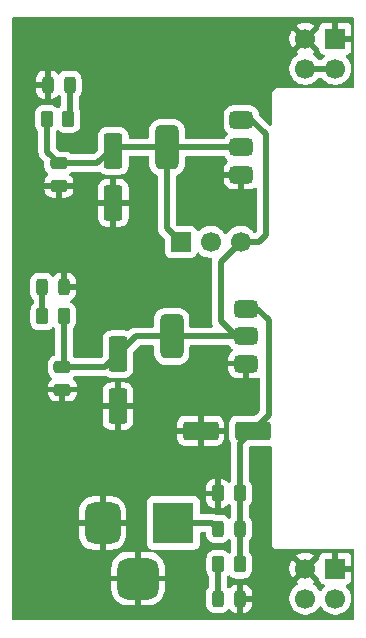
<source format=gbr>
%TF.GenerationSoftware,KiCad,Pcbnew,9.0.5*%
%TF.CreationDate,2025-10-31T15:32:28+05:30*%
%TF.ProjectId,Breadboard-PCB,42726561-6462-46f6-9172-642d5043422e,rev?*%
%TF.SameCoordinates,Original*%
%TF.FileFunction,Copper,L1,Top*%
%TF.FilePolarity,Positive*%
%FSLAX46Y46*%
G04 Gerber Fmt 4.6, Leading zero omitted, Abs format (unit mm)*
G04 Created by KiCad (PCBNEW 9.0.5) date 2025-10-31 15:32:28*
%MOMM*%
%LPD*%
G01*
G04 APERTURE LIST*
G04 Aperture macros list*
%AMRoundRect*
0 Rectangle with rounded corners*
0 $1 Rounding radius*
0 $2 $3 $4 $5 $6 $7 $8 $9 X,Y pos of 4 corners*
0 Add a 4 corners polygon primitive as box body*
4,1,4,$2,$3,$4,$5,$6,$7,$8,$9,$2,$3,0*
0 Add four circle primitives for the rounded corners*
1,1,$1+$1,$2,$3*
1,1,$1+$1,$4,$5*
1,1,$1+$1,$6,$7*
1,1,$1+$1,$8,$9*
0 Add four rect primitives between the rounded corners*
20,1,$1+$1,$2,$3,$4,$5,0*
20,1,$1+$1,$4,$5,$6,$7,0*
20,1,$1+$1,$6,$7,$8,$9,0*
20,1,$1+$1,$8,$9,$2,$3,0*%
G04 Aperture macros list end*
%TA.AperFunction,ComponentPad*%
%ADD10R,3.500000X3.500000*%
%TD*%
%TA.AperFunction,ComponentPad*%
%ADD11RoundRect,0.750000X-0.750000X-1.000000X0.750000X-1.000000X0.750000X1.000000X-0.750000X1.000000X0*%
%TD*%
%TA.AperFunction,ComponentPad*%
%ADD12RoundRect,0.875000X-0.875000X-0.875000X0.875000X-0.875000X0.875000X0.875000X-0.875000X0.875000X0*%
%TD*%
%TA.AperFunction,SMDPad,CuDef*%
%ADD13RoundRect,0.243750X-0.243750X-0.456250X0.243750X-0.456250X0.243750X0.456250X-0.243750X0.456250X0*%
%TD*%
%TA.AperFunction,SMDPad,CuDef*%
%ADD14RoundRect,0.250000X0.262500X0.450000X-0.262500X0.450000X-0.262500X-0.450000X0.262500X-0.450000X0*%
%TD*%
%TA.AperFunction,SMDPad,CuDef*%
%ADD15RoundRect,0.243750X0.243750X0.456250X-0.243750X0.456250X-0.243750X-0.456250X0.243750X-0.456250X0*%
%TD*%
%TA.AperFunction,SMDPad,CuDef*%
%ADD16RoundRect,0.250000X1.250000X0.550000X-1.250000X0.550000X-1.250000X-0.550000X1.250000X-0.550000X0*%
%TD*%
%TA.AperFunction,SMDPad,CuDef*%
%ADD17RoundRect,0.250000X0.250000X0.475000X-0.250000X0.475000X-0.250000X-0.475000X0.250000X-0.475000X0*%
%TD*%
%TA.AperFunction,SMDPad,CuDef*%
%ADD18RoundRect,0.375000X0.625000X0.375000X-0.625000X0.375000X-0.625000X-0.375000X0.625000X-0.375000X0*%
%TD*%
%TA.AperFunction,SMDPad,CuDef*%
%ADD19RoundRect,0.500000X0.500000X1.400000X-0.500000X1.400000X-0.500000X-1.400000X0.500000X-1.400000X0*%
%TD*%
%TA.AperFunction,SMDPad,CuDef*%
%ADD20RoundRect,0.250000X-0.550000X1.250000X-0.550000X-1.250000X0.550000X-1.250000X0.550000X1.250000X0*%
%TD*%
%TA.AperFunction,SMDPad,CuDef*%
%ADD21RoundRect,0.250000X-0.475000X0.250000X-0.475000X-0.250000X0.475000X-0.250000X0.475000X0.250000X0*%
%TD*%
%TA.AperFunction,SMDPad,CuDef*%
%ADD22RoundRect,0.250000X-0.262500X-0.450000X0.262500X-0.450000X0.262500X0.450000X-0.262500X0.450000X0*%
%TD*%
%TA.AperFunction,ComponentPad*%
%ADD23C,1.700000*%
%TD*%
%TA.AperFunction,ComponentPad*%
%ADD24R,1.700000X1.700000*%
%TD*%
%TA.AperFunction,ViaPad*%
%ADD25C,0.600000*%
%TD*%
%TA.AperFunction,Conductor*%
%ADD26C,0.500000*%
%TD*%
G04 APERTURE END LIST*
D10*
%TO.P,DC-POWER,1*%
%TO.N,Net-(DC-POWER1-Pad1)*%
X107200000Y-108200000D03*
D11*
%TO.P,DC-POWER,2*%
%TO.N,GND*%
X101200000Y-108200000D03*
D12*
%TO.P,DC-POWER,3*%
X104200000Y-112900000D03*
%TD*%
D13*
%TO.P,F1,2*%
%TO.N,Net-(U1-VI)*%
X112837500Y-108700000D03*
%TO.P,F1,1*%
%TO.N,Net-(DC-POWER1-Pad1)*%
X110962500Y-108700000D03*
%TD*%
D14*
%TO.P,R1,2*%
%TO.N,Net-(PWR_LED1-A)*%
X111000000Y-111700000D03*
%TO.P,R1,1*%
%TO.N,Net-(U1-VI)*%
X112825000Y-111700000D03*
%TD*%
D15*
%TO.P,PWR_LED1,2,A*%
%TO.N,Net-(PWR_LED1-A)*%
X110962500Y-114600000D03*
%TO.P,PWR_LED1,1,K*%
%TO.N,GND*%
X112837500Y-114600000D03*
%TD*%
D16*
%TO.P,C1,2*%
%TO.N,GND*%
X109500000Y-100400000D03*
%TO.P,C1,1*%
%TO.N,Net-(U1-VI)*%
X113900000Y-100400000D03*
%TD*%
D17*
%TO.P,C2,2*%
%TO.N,GND*%
X110950000Y-105700000D03*
%TO.P,C2,1*%
%TO.N,Net-(U1-VI)*%
X112850000Y-105700000D03*
%TD*%
D18*
%TO.P,U1,3,VI*%
%TO.N,Net-(U1-VI)*%
X113350000Y-90100000D03*
D19*
%TO.P,U1,2,VO*%
%TO.N,/5V*%
X107050000Y-92400000D03*
D18*
X113350000Y-92400000D03*
%TO.P,U1,1,GND*%
%TO.N,GND*%
X113350000Y-94700000D03*
%TD*%
D20*
%TO.P,C3,2*%
%TO.N,GND*%
X102500000Y-98300000D03*
%TO.P,C3,1*%
%TO.N,/5V*%
X102500000Y-93900000D03*
%TD*%
D21*
%TO.P,C4,2*%
%TO.N,GND*%
X97800000Y-96900000D03*
%TO.P,C4,1*%
%TO.N,/5V*%
X97800000Y-95000000D03*
%TD*%
D14*
%TO.P,R2,2*%
%TO.N,Net-(5V-LED1-A)*%
X96100000Y-90700000D03*
%TO.P,R2,1*%
%TO.N,/5V*%
X97925000Y-90700000D03*
%TD*%
D15*
%TO.P,5V-LED,2,A*%
%TO.N,Net-(5V-LED1-A)*%
X96062500Y-88200000D03*
%TO.P,5V-LED,1,K*%
%TO.N,GND*%
X97937500Y-88200000D03*
%TD*%
D18*
%TO.P,U2,3,VI*%
%TO.N,/5V*%
X112950000Y-74100000D03*
D19*
%TO.P,U2,2,VO*%
%TO.N,/3.3V*%
X106650000Y-76400000D03*
D18*
X112950000Y-76400000D03*
%TO.P,U2,1,GND*%
%TO.N,GND*%
X112950000Y-78700000D03*
%TD*%
D20*
%TO.P,C5,2*%
%TO.N,GND*%
X102100000Y-81100000D03*
%TO.P,C5,1*%
%TO.N,/3.3V*%
X102100000Y-76700000D03*
%TD*%
D21*
%TO.P,C6,2*%
%TO.N,GND*%
X97500000Y-79650000D03*
%TO.P,C6,1*%
%TO.N,/3.3V*%
X97500000Y-77750000D03*
%TD*%
D22*
%TO.P,R3,2*%
%TO.N,Net-(3.3V-LED1-A)*%
X98300000Y-74000000D03*
%TO.P,R3,1*%
%TO.N,/3.3V*%
X96475000Y-74000000D03*
%TD*%
D13*
%TO.P,3.3V-LED,2,A*%
%TO.N,Net-(3.3V-LED1-A)*%
X98425000Y-71100000D03*
%TO.P,3.3V-LED,1,K*%
%TO.N,GND*%
X96550000Y-71100000D03*
%TD*%
D23*
%TO.P,3.3V OUT 5V,3,Pin_3*%
%TO.N,/5V*%
X112900000Y-84400000D03*
%TO.P,3.3V OUT 5V,2,Pin_2*%
%TO.N,/V_OUT*%
X110360000Y-84400000D03*
D24*
%TO.P,3.3V OUT 5V,1,Pin_1*%
%TO.N,/3.3V*%
X107820000Y-84400000D03*
%TD*%
%TO.P,J3,1,Pin_1*%
%TO.N,GND*%
X120900000Y-67200000D03*
D23*
%TO.P,J3,2,Pin_2*%
X118360000Y-67200000D03*
%TO.P,J3,3,Pin_3*%
%TO.N,/V_OUT*%
X120900000Y-69740000D03*
%TO.P,J3,4,Pin_4*%
X118360000Y-69740000D03*
%TD*%
%TO.P,J4,4,Pin_4*%
%TO.N,/V_OUT*%
X118360000Y-114600000D03*
%TO.P,J4,3,Pin_3*%
X120900000Y-114600000D03*
%TO.P,J4,2,Pin_2*%
%TO.N,GND*%
X118360000Y-112060000D03*
D24*
%TO.P,J4,1,Pin_1*%
X120900000Y-112060000D03*
%TD*%
D25*
%TO.N,GND*%
X113600000Y-80600000D03*
X112100000Y-80600000D03*
%TD*%
D26*
%TO.N,/V_OUT*%
X120900000Y-69740000D02*
X118360000Y-69740000D01*
%TO.N,Net-(3.3V-LED1-A)*%
X98425000Y-71100000D02*
X98425000Y-73875000D01*
X98425000Y-73875000D02*
X98300000Y-74000000D01*
%TO.N,/3.3V*%
X96500000Y-75300000D02*
X96475000Y-75275000D01*
X96475000Y-75275000D02*
X96475000Y-74000000D01*
X96500000Y-76750000D02*
X96500000Y-75300000D01*
X97500000Y-77750000D02*
X96500000Y-76750000D01*
X106650000Y-83230000D02*
X107820000Y-84400000D01*
X106650000Y-76400000D02*
X106650000Y-83230000D01*
X101800000Y-76700000D02*
X100750000Y-77750000D01*
X100750000Y-77750000D02*
X97500000Y-77750000D01*
X102100000Y-76700000D02*
X101800000Y-76700000D01*
X106650000Y-76400000D02*
X102400000Y-76400000D01*
X102400000Y-76400000D02*
X102100000Y-76700000D01*
X112950000Y-76400000D02*
X106650000Y-76400000D01*
%TO.N,/5V*%
X114400000Y-84400000D02*
X112900000Y-84400000D01*
X115000000Y-83800000D02*
X114400000Y-84400000D01*
X115000000Y-75300000D02*
X115000000Y-83800000D01*
X113800000Y-74100000D02*
X115000000Y-75300000D01*
X112950000Y-74100000D02*
X113800000Y-74100000D01*
X111200000Y-91100000D02*
X112500000Y-92400000D01*
X111200000Y-86100000D02*
X111200000Y-91100000D01*
X112900000Y-84400000D02*
X111200000Y-86100000D01*
X112500000Y-92400000D02*
X113350000Y-92400000D01*
%TO.N,Net-(5V-LED1-A)*%
X96100000Y-88237500D02*
X96062500Y-88200000D01*
X96100000Y-90700000D02*
X96100000Y-88237500D01*
%TO.N,/5V*%
X97925000Y-94875000D02*
X97800000Y-95000000D01*
X97925000Y-90700000D02*
X97925000Y-94875000D01*
X101400000Y-95000000D02*
X102500000Y-93900000D01*
X97800000Y-95000000D02*
X101400000Y-95000000D01*
X104000000Y-92400000D02*
X102500000Y-93900000D01*
X107050000Y-92400000D02*
X104000000Y-92400000D01*
X113350000Y-92400000D02*
X107050000Y-92400000D01*
%TO.N,Net-(U1-VI)*%
X114300000Y-90100000D02*
X113350000Y-90100000D01*
X115249000Y-91049000D02*
X114300000Y-90100000D01*
X115249000Y-99051000D02*
X115249000Y-91049000D01*
X113900000Y-100400000D02*
X115249000Y-99051000D01*
X112850000Y-101450000D02*
X113900000Y-100400000D01*
X112850000Y-105700000D02*
X112850000Y-101450000D01*
X112837500Y-108700000D02*
X112837500Y-105712500D01*
X112837500Y-105712500D02*
X112850000Y-105700000D01*
%TO.N,Net-(PWR_LED1-A)*%
X111000000Y-114562500D02*
X110962500Y-114600000D01*
X111000000Y-111700000D02*
X111000000Y-114562500D01*
%TO.N,Net-(U1-VI)*%
X112837500Y-108700000D02*
X112837500Y-111687500D01*
X112837500Y-111687500D02*
X112825000Y-111700000D01*
%TO.N,Net-(DC-POWER1-Pad1)*%
X110462500Y-108200000D02*
X110962500Y-108700000D01*
X107200000Y-108200000D02*
X110462500Y-108200000D01*
%TD*%
%TA.AperFunction,Conductor*%
%TO.N,GND*%
G36*
X119512356Y-112858803D02*
G01*
X119545841Y-112920126D01*
X119544926Y-112934831D01*
X119547497Y-112934555D01*
X119556401Y-113017373D01*
X119556403Y-113017380D01*
X119606645Y-113152086D01*
X119606649Y-113152093D01*
X119692809Y-113267187D01*
X119692812Y-113267190D01*
X119807906Y-113353350D01*
X119807913Y-113353354D01*
X119939470Y-113402422D01*
X119995404Y-113444293D01*
X120019821Y-113509758D01*
X120004969Y-113578031D01*
X119983819Y-113606285D01*
X119869889Y-113720215D01*
X119744949Y-113892182D01*
X119740484Y-113900946D01*
X119692509Y-113951742D01*
X119624688Y-113968536D01*
X119558553Y-113945998D01*
X119519516Y-113900946D01*
X119515050Y-113892182D01*
X119390109Y-113720213D01*
X119239786Y-113569890D01*
X119067817Y-113444949D01*
X119058504Y-113440204D01*
X119007707Y-113392230D01*
X118990912Y-113324409D01*
X119013449Y-113258274D01*
X119058507Y-113219232D01*
X119067555Y-113214622D01*
X119121716Y-113175270D01*
X119121717Y-113175270D01*
X118489408Y-112542962D01*
X118552993Y-112525925D01*
X118667007Y-112460099D01*
X118760099Y-112367007D01*
X118825925Y-112252993D01*
X118842962Y-112189409D01*
X119512356Y-112858803D01*
G37*
%TD.AperFunction*%
%TA.AperFunction,Conductor*%
G36*
X119512356Y-67998803D02*
G01*
X119545841Y-68060126D01*
X119544926Y-68074831D01*
X119547497Y-68074555D01*
X119556401Y-68157373D01*
X119556403Y-68157380D01*
X119606645Y-68292086D01*
X119606649Y-68292093D01*
X119692809Y-68407187D01*
X119692812Y-68407190D01*
X119807906Y-68493350D01*
X119807913Y-68493354D01*
X119939470Y-68542422D01*
X119995404Y-68584293D01*
X120019821Y-68649758D01*
X120004969Y-68718031D01*
X119983819Y-68746285D01*
X119869892Y-68860212D01*
X119813097Y-68938385D01*
X119808765Y-68941725D01*
X119806492Y-68946703D01*
X119781389Y-68962835D01*
X119757767Y-68981051D01*
X119751095Y-68982303D01*
X119747714Y-68984477D01*
X119712779Y-68989500D01*
X119547221Y-68989500D01*
X119480182Y-68969815D01*
X119446903Y-68938385D01*
X119390107Y-68860211D01*
X119239786Y-68709890D01*
X119067817Y-68584949D01*
X119058504Y-68580204D01*
X119007707Y-68532230D01*
X118990912Y-68464409D01*
X119013449Y-68398274D01*
X119058507Y-68359232D01*
X119067555Y-68354622D01*
X119121716Y-68315270D01*
X119121717Y-68315270D01*
X118489408Y-67682962D01*
X118552993Y-67665925D01*
X118667007Y-67600099D01*
X118760099Y-67507007D01*
X118825925Y-67392993D01*
X118842962Y-67329409D01*
X119512356Y-67998803D01*
G37*
%TD.AperFunction*%
%TA.AperFunction,Conductor*%
G36*
X122442539Y-65420185D02*
G01*
X122488294Y-65472989D01*
X122499500Y-65524500D01*
X122499500Y-71275500D01*
X122479815Y-71342539D01*
X122427011Y-71388294D01*
X122375500Y-71399500D01*
X115934108Y-71399500D01*
X115806812Y-71433608D01*
X115692686Y-71499500D01*
X115692683Y-71499502D01*
X115599502Y-71592683D01*
X115599500Y-71592686D01*
X115533608Y-71706812D01*
X115499500Y-71834108D01*
X115499500Y-74438770D01*
X115479815Y-74505809D01*
X115427011Y-74551564D01*
X115357853Y-74561508D01*
X115294297Y-74532483D01*
X115287819Y-74526451D01*
X114486315Y-73724947D01*
X114452830Y-73663624D01*
X114450280Y-73645650D01*
X114447600Y-73606114D01*
X114447600Y-73606112D01*
X114447599Y-73606107D01*
X114401641Y-73421307D01*
X114389685Y-73397200D01*
X114317032Y-73250707D01*
X114317030Y-73250704D01*
X114197722Y-73102278D01*
X114197721Y-73102277D01*
X114049295Y-72982969D01*
X114049292Y-72982967D01*
X113878697Y-72898360D01*
X113693892Y-72852400D01*
X113672506Y-72850950D01*
X113651123Y-72849500D01*
X113651120Y-72849500D01*
X112248877Y-72849500D01*
X112248874Y-72849501D01*
X112206113Y-72852399D01*
X112206112Y-72852399D01*
X112021303Y-72898360D01*
X111850707Y-72982967D01*
X111850704Y-72982969D01*
X111702278Y-73102277D01*
X111702277Y-73102278D01*
X111582969Y-73250704D01*
X111582967Y-73250707D01*
X111498360Y-73421302D01*
X111452400Y-73606107D01*
X111449500Y-73648879D01*
X111449500Y-74551122D01*
X111449501Y-74551125D01*
X111452399Y-74593886D01*
X111452399Y-74593887D01*
X111498360Y-74778696D01*
X111582967Y-74949292D01*
X111582969Y-74949295D01*
X111702277Y-75097721D01*
X111702278Y-75097722D01*
X111771486Y-75153353D01*
X111811405Y-75210696D01*
X111813985Y-75280518D01*
X111778406Y-75340651D01*
X111771486Y-75346647D01*
X111702278Y-75402277D01*
X111702277Y-75402278D01*
X111582969Y-75550704D01*
X111568146Y-75580594D01*
X111520725Y-75631907D01*
X111457058Y-75649500D01*
X108274499Y-75649500D01*
X108207460Y-75629815D01*
X108161705Y-75577011D01*
X108150499Y-75525500D01*
X108150499Y-74941971D01*
X108150499Y-74941964D01*
X108139886Y-74822582D01*
X108083909Y-74626951D01*
X107989698Y-74446593D01*
X107937684Y-74382803D01*
X107861109Y-74288890D01*
X107703409Y-74160304D01*
X107703410Y-74160304D01*
X107703407Y-74160302D01*
X107523049Y-74066091D01*
X107523048Y-74066090D01*
X107523045Y-74066089D01*
X107405829Y-74032550D01*
X107327418Y-74010114D01*
X107327415Y-74010113D01*
X107327413Y-74010113D01*
X107261102Y-74004217D01*
X107208037Y-73999500D01*
X107208032Y-73999500D01*
X106091971Y-73999500D01*
X106091965Y-73999500D01*
X106091964Y-73999501D01*
X106080316Y-74000536D01*
X105972584Y-74010113D01*
X105776954Y-74066089D01*
X105686772Y-74113196D01*
X105596593Y-74160302D01*
X105596591Y-74160303D01*
X105596590Y-74160304D01*
X105438890Y-74288890D01*
X105310304Y-74446590D01*
X105310302Y-74446593D01*
X105282400Y-74500009D01*
X105216089Y-74626954D01*
X105160114Y-74822583D01*
X105160113Y-74822586D01*
X105149500Y-74941966D01*
X105149500Y-75525500D01*
X105129815Y-75592539D01*
X105077011Y-75638294D01*
X105025500Y-75649500D01*
X103524499Y-75649500D01*
X103457460Y-75629815D01*
X103411705Y-75577011D01*
X103400499Y-75525500D01*
X103400499Y-75399998D01*
X103400498Y-75399981D01*
X103389999Y-75297203D01*
X103389998Y-75297200D01*
X103361333Y-75210696D01*
X103334814Y-75130666D01*
X103242712Y-74981344D01*
X103118656Y-74857288D01*
X103025888Y-74800069D01*
X102969336Y-74765187D01*
X102969331Y-74765185D01*
X102967862Y-74764698D01*
X102802797Y-74710001D01*
X102802795Y-74710000D01*
X102700010Y-74699500D01*
X101499998Y-74699500D01*
X101499981Y-74699501D01*
X101397203Y-74710000D01*
X101397200Y-74710001D01*
X101230668Y-74765185D01*
X101230663Y-74765187D01*
X101081342Y-74857289D01*
X100957289Y-74981342D01*
X100865187Y-75130663D01*
X100865186Y-75130666D01*
X100810001Y-75297203D01*
X100810001Y-75297204D01*
X100810000Y-75297204D01*
X100799500Y-75399983D01*
X100799500Y-76587770D01*
X100779815Y-76654809D01*
X100763181Y-76675451D01*
X100475451Y-76963181D01*
X100414128Y-76996666D01*
X100387770Y-76999500D01*
X98587230Y-76999500D01*
X98520191Y-76979815D01*
X98499549Y-76963181D01*
X98443657Y-76907289D01*
X98443656Y-76907288D01*
X98294334Y-76815186D01*
X98127797Y-76760001D01*
X98127795Y-76760000D01*
X98025016Y-76749500D01*
X98025009Y-76749500D01*
X97612229Y-76749500D01*
X97545190Y-76729815D01*
X97524548Y-76713181D01*
X97286819Y-76475451D01*
X97253334Y-76414128D01*
X97250500Y-76387770D01*
X97250500Y-75226079D01*
X97227883Y-75112380D01*
X97225500Y-75088188D01*
X97225500Y-75074730D01*
X97245185Y-75007691D01*
X97261819Y-74987049D01*
X97299819Y-74949049D01*
X97361142Y-74915564D01*
X97430834Y-74920548D01*
X97475181Y-74949049D01*
X97568844Y-75042712D01*
X97718166Y-75134814D01*
X97884703Y-75189999D01*
X97987491Y-75200500D01*
X98612508Y-75200499D01*
X98612516Y-75200498D01*
X98612519Y-75200498D01*
X98668802Y-75194748D01*
X98715297Y-75189999D01*
X98881834Y-75134814D01*
X99031156Y-75042712D01*
X99155212Y-74918656D01*
X99247314Y-74769334D01*
X99302499Y-74602797D01*
X99313000Y-74500009D01*
X99312999Y-73499992D01*
X99302499Y-73397203D01*
X99247314Y-73230666D01*
X99193961Y-73144166D01*
X99175500Y-73079070D01*
X99175500Y-72153391D01*
X99195185Y-72086352D01*
X99211819Y-72065710D01*
X99256526Y-72021003D01*
X99347862Y-71872925D01*
X99402587Y-71707775D01*
X99413000Y-71605848D01*
X99413000Y-70594152D01*
X99402587Y-70492225D01*
X99347862Y-70327075D01*
X99347858Y-70327069D01*
X99347857Y-70327066D01*
X99256528Y-70179000D01*
X99256525Y-70178996D01*
X99133503Y-70055974D01*
X99133499Y-70055971D01*
X98985433Y-69964642D01*
X98985427Y-69964639D01*
X98985425Y-69964638D01*
X98985422Y-69964637D01*
X98820276Y-69909913D01*
X98718355Y-69899500D01*
X98718348Y-69899500D01*
X98131652Y-69899500D01*
X98131644Y-69899500D01*
X98029723Y-69909913D01*
X97864577Y-69964637D01*
X97864566Y-69964642D01*
X97716500Y-70055971D01*
X97716496Y-70055974D01*
X97593474Y-70178996D01*
X97593467Y-70179005D01*
X97592734Y-70180194D01*
X97592019Y-70180836D01*
X97588993Y-70184664D01*
X97588338Y-70184146D01*
X97540780Y-70226911D01*
X97471816Y-70238123D01*
X97407738Y-70210271D01*
X97385738Y-70184877D01*
X97385612Y-70184977D01*
X97383385Y-70182161D01*
X97381663Y-70180173D01*
X97381130Y-70179309D01*
X97258191Y-70056370D01*
X97110214Y-69965096D01*
X97110209Y-69965094D01*
X96945173Y-69910407D01*
X96843315Y-69900000D01*
X96800000Y-69900000D01*
X96800000Y-72300000D01*
X96843303Y-72300000D01*
X96843315Y-72299999D01*
X96945173Y-72289592D01*
X97110209Y-72234905D01*
X97110214Y-72234903D01*
X97258191Y-72143629D01*
X97381128Y-72020692D01*
X97381659Y-72019832D01*
X97382180Y-72019363D01*
X97385612Y-72015023D01*
X97386353Y-72015608D01*
X97433601Y-71973102D01*
X97502563Y-71961872D01*
X97566648Y-71989708D01*
X97578262Y-72000747D01*
X97586430Y-72009584D01*
X97593474Y-72021003D01*
X97639907Y-72067436D01*
X97641557Y-72069221D01*
X97656046Y-72098427D01*
X97671666Y-72127033D01*
X97672061Y-72130710D01*
X97672608Y-72131812D01*
X97672390Y-72133770D01*
X97674500Y-72153391D01*
X97674500Y-72822911D01*
X97654815Y-72889950D01*
X97615598Y-72928449D01*
X97568844Y-72957287D01*
X97568843Y-72957288D01*
X97475181Y-73050951D01*
X97413858Y-73084436D01*
X97344166Y-73079452D01*
X97299819Y-73050951D01*
X97206157Y-72957289D01*
X97206156Y-72957288D01*
X97056834Y-72865186D01*
X96890297Y-72810001D01*
X96890295Y-72810000D01*
X96787510Y-72799500D01*
X96162498Y-72799500D01*
X96162480Y-72799501D01*
X96059703Y-72810000D01*
X96059700Y-72810001D01*
X95893168Y-72865185D01*
X95893163Y-72865187D01*
X95743842Y-72957289D01*
X95619789Y-73081342D01*
X95527687Y-73230663D01*
X95527686Y-73230666D01*
X95472501Y-73397203D01*
X95472501Y-73397204D01*
X95472500Y-73397204D01*
X95462000Y-73499983D01*
X95462000Y-74500001D01*
X95462001Y-74500019D01*
X95472500Y-74602796D01*
X95472501Y-74602799D01*
X95527685Y-74769331D01*
X95527687Y-74769336D01*
X95619789Y-74918657D01*
X95688181Y-74987049D01*
X95721666Y-75048372D01*
X95724500Y-75074730D01*
X95724500Y-75348920D01*
X95747117Y-75462618D01*
X95749500Y-75486810D01*
X95749500Y-76823918D01*
X95749500Y-76823920D01*
X95749499Y-76823920D01*
X95778340Y-76968907D01*
X95778343Y-76968917D01*
X95834913Y-77105490D01*
X95834915Y-77105493D01*
X95845718Y-77121662D01*
X95845717Y-77121662D01*
X95917046Y-77228414D01*
X95917047Y-77228415D01*
X95917048Y-77228416D01*
X96238182Y-77549549D01*
X96271666Y-77610871D01*
X96274500Y-77637229D01*
X96274500Y-78050001D01*
X96274501Y-78050019D01*
X96285000Y-78152796D01*
X96285001Y-78152799D01*
X96340185Y-78319331D01*
X96340187Y-78319336D01*
X96375069Y-78375888D01*
X96432288Y-78468656D01*
X96556344Y-78592712D01*
X96559628Y-78594737D01*
X96559653Y-78594753D01*
X96561445Y-78596746D01*
X96562011Y-78597193D01*
X96561934Y-78597289D01*
X96606379Y-78646699D01*
X96617603Y-78715661D01*
X96589761Y-78779744D01*
X96559665Y-78805826D01*
X96556660Y-78807679D01*
X96556655Y-78807683D01*
X96432684Y-78931654D01*
X96340643Y-79080875D01*
X96340641Y-79080880D01*
X96285494Y-79247302D01*
X96285493Y-79247309D01*
X96275000Y-79350013D01*
X96275000Y-79400000D01*
X98724999Y-79400000D01*
X98724999Y-79350028D01*
X98724998Y-79350013D01*
X98714505Y-79247302D01*
X98659358Y-79080880D01*
X98659356Y-79080875D01*
X98567315Y-78931654D01*
X98443344Y-78807683D01*
X98443341Y-78807681D01*
X98440339Y-78805829D01*
X98438713Y-78804021D01*
X98437677Y-78803202D01*
X98437817Y-78803024D01*
X98393617Y-78753880D01*
X98382397Y-78684917D01*
X98410243Y-78620836D01*
X98421157Y-78609341D01*
X98430036Y-78601112D01*
X98443656Y-78592712D01*
X98501214Y-78535153D01*
X98502947Y-78533548D01*
X98532197Y-78518991D01*
X98560872Y-78503334D01*
X98564428Y-78502951D01*
X98565499Y-78502419D01*
X98567419Y-78502630D01*
X98587230Y-78500500D01*
X100823920Y-78500500D01*
X100938419Y-78477724D01*
X101008011Y-78483951D01*
X101050292Y-78511660D01*
X101081344Y-78542712D01*
X101230666Y-78634814D01*
X101397203Y-78689999D01*
X101499991Y-78700500D01*
X102700008Y-78700499D01*
X102802797Y-78689999D01*
X102969334Y-78634814D01*
X103118656Y-78542712D01*
X103242712Y-78418656D01*
X103334814Y-78269334D01*
X103389999Y-78102797D01*
X103400500Y-78000009D01*
X103400500Y-77274500D01*
X103420185Y-77207461D01*
X103472989Y-77161706D01*
X103524500Y-77150500D01*
X105025501Y-77150500D01*
X105092540Y-77170185D01*
X105138295Y-77222989D01*
X105149501Y-77274500D01*
X105149501Y-77858034D01*
X105160113Y-77977415D01*
X105216089Y-78173045D01*
X105216090Y-78173048D01*
X105216091Y-78173049D01*
X105310302Y-78353407D01*
X105310304Y-78353409D01*
X105438890Y-78511109D01*
X105544465Y-78597193D01*
X105596593Y-78639698D01*
X105776951Y-78733909D01*
X105809613Y-78743254D01*
X105868647Y-78780618D01*
X105898112Y-78843971D01*
X105899500Y-78862469D01*
X105899500Y-83303918D01*
X105899500Y-83303920D01*
X105899499Y-83303920D01*
X105928340Y-83448907D01*
X105928343Y-83448917D01*
X105984914Y-83585492D01*
X106009882Y-83622859D01*
X106009883Y-83622862D01*
X106067046Y-83708414D01*
X106067052Y-83708421D01*
X106433181Y-84074549D01*
X106466666Y-84135872D01*
X106469500Y-84162230D01*
X106469500Y-85297870D01*
X106469501Y-85297876D01*
X106475908Y-85357483D01*
X106526202Y-85492328D01*
X106526206Y-85492335D01*
X106612452Y-85607544D01*
X106612455Y-85607547D01*
X106727664Y-85693793D01*
X106727671Y-85693797D01*
X106862517Y-85744091D01*
X106862516Y-85744091D01*
X106869444Y-85744835D01*
X106922127Y-85750500D01*
X108717872Y-85750499D01*
X108777483Y-85744091D01*
X108912331Y-85693796D01*
X109027546Y-85607546D01*
X109113796Y-85492331D01*
X109162810Y-85360916D01*
X109204681Y-85304984D01*
X109270145Y-85280566D01*
X109338418Y-85295417D01*
X109366673Y-85316569D01*
X109480213Y-85430109D01*
X109652179Y-85555048D01*
X109652181Y-85555049D01*
X109652184Y-85555051D01*
X109841588Y-85651557D01*
X110043757Y-85717246D01*
X110253713Y-85750500D01*
X110253714Y-85750500D01*
X110353223Y-85750500D01*
X110420262Y-85770185D01*
X110466017Y-85822989D01*
X110475961Y-85892147D01*
X110474840Y-85898692D01*
X110449500Y-86026079D01*
X110449500Y-86026082D01*
X110449500Y-91173918D01*
X110449500Y-91173920D01*
X110449499Y-91173920D01*
X110478340Y-91318907D01*
X110478343Y-91318917D01*
X110534913Y-91455490D01*
X110534915Y-91455493D01*
X110534916Y-91455495D01*
X110535659Y-91456607D01*
X110535869Y-91457279D01*
X110537785Y-91460862D01*
X110537105Y-91461225D01*
X110556539Y-91523282D01*
X110538057Y-91590663D01*
X110486080Y-91637355D01*
X110432559Y-91649500D01*
X108674499Y-91649500D01*
X108607460Y-91629815D01*
X108561705Y-91577011D01*
X108550499Y-91525500D01*
X108550499Y-90941971D01*
X108550499Y-90941964D01*
X108539886Y-90822582D01*
X108483909Y-90626951D01*
X108389698Y-90446593D01*
X108337684Y-90382803D01*
X108261109Y-90288890D01*
X108103409Y-90160304D01*
X108103410Y-90160304D01*
X108103407Y-90160302D01*
X107923049Y-90066091D01*
X107923048Y-90066090D01*
X107923045Y-90066089D01*
X107784513Y-90026451D01*
X107727418Y-90010114D01*
X107727415Y-90010113D01*
X107727413Y-90010113D01*
X107661102Y-90004217D01*
X107608037Y-89999500D01*
X107608032Y-89999500D01*
X106491971Y-89999500D01*
X106491965Y-89999500D01*
X106491964Y-89999501D01*
X106480316Y-90000536D01*
X106372584Y-90010113D01*
X106176954Y-90066089D01*
X106117390Y-90097203D01*
X105996593Y-90160302D01*
X105996591Y-90160303D01*
X105996590Y-90160304D01*
X105838890Y-90288890D01*
X105710304Y-90446590D01*
X105616089Y-90626954D01*
X105560114Y-90822583D01*
X105560113Y-90822586D01*
X105549500Y-90941966D01*
X105549500Y-91525500D01*
X105529815Y-91592539D01*
X105477011Y-91638294D01*
X105425500Y-91649500D01*
X103926080Y-91649500D01*
X103781092Y-91678340D01*
X103781082Y-91678343D01*
X103644511Y-91734912D01*
X103644498Y-91734919D01*
X103521587Y-91817046D01*
X103521582Y-91817050D01*
X103426504Y-91912127D01*
X103365181Y-91945611D01*
X103299821Y-91942151D01*
X103202799Y-91910001D01*
X103202795Y-91910000D01*
X103100010Y-91899500D01*
X101899998Y-91899500D01*
X101899981Y-91899501D01*
X101797203Y-91910000D01*
X101797200Y-91910001D01*
X101630668Y-91965185D01*
X101630663Y-91965187D01*
X101481342Y-92057289D01*
X101357289Y-92181342D01*
X101265187Y-92330663D01*
X101265186Y-92330666D01*
X101210001Y-92497203D01*
X101210001Y-92497204D01*
X101210000Y-92497204D01*
X101199500Y-92599983D01*
X101199500Y-94087768D01*
X101190855Y-94117207D01*
X101184333Y-94147193D01*
X101180577Y-94152209D01*
X101179815Y-94154807D01*
X101163182Y-94175448D01*
X101125451Y-94213180D01*
X101064129Y-94246666D01*
X101037769Y-94249500D01*
X98887230Y-94249500D01*
X98820191Y-94229815D01*
X98799549Y-94213181D01*
X98743655Y-94157287D01*
X98734402Y-94151580D01*
X98687678Y-94099632D01*
X98675500Y-94046042D01*
X98675500Y-91774730D01*
X98695185Y-91707691D01*
X98711819Y-91687049D01*
X98720528Y-91678340D01*
X98780212Y-91618656D01*
X98872314Y-91469334D01*
X98927499Y-91302797D01*
X98938000Y-91200009D01*
X98937999Y-90199992D01*
X98927499Y-90097203D01*
X98872314Y-89930666D01*
X98780212Y-89781344D01*
X98656156Y-89657288D01*
X98506834Y-89565186D01*
X98506833Y-89565185D01*
X98500291Y-89562136D01*
X98501098Y-89560404D01*
X98451636Y-89526148D01*
X98424822Y-89461629D01*
X98437147Y-89392854D01*
X98484697Y-89341661D01*
X98495706Y-89335839D01*
X98497715Y-89334902D01*
X98645691Y-89243629D01*
X98768629Y-89120691D01*
X98859903Y-88972714D01*
X98859905Y-88972709D01*
X98914592Y-88807673D01*
X98924999Y-88705815D01*
X98925000Y-88705802D01*
X98925000Y-88450000D01*
X98061500Y-88450000D01*
X97994461Y-88430315D01*
X97948706Y-88377511D01*
X97937500Y-88326000D01*
X97937500Y-88200000D01*
X97811500Y-88200000D01*
X97744461Y-88180315D01*
X97698706Y-88127511D01*
X97687500Y-88076000D01*
X97687500Y-87950000D01*
X98187500Y-87950000D01*
X98925000Y-87950000D01*
X98925000Y-87694197D01*
X98924999Y-87694184D01*
X98914592Y-87592326D01*
X98859905Y-87427290D01*
X98859903Y-87427285D01*
X98768629Y-87279308D01*
X98645691Y-87156370D01*
X98497714Y-87065096D01*
X98497709Y-87065094D01*
X98332673Y-87010407D01*
X98230815Y-87000000D01*
X98187500Y-87000000D01*
X98187500Y-87950000D01*
X97687500Y-87950000D01*
X97687500Y-87000000D01*
X97644184Y-87000000D01*
X97542326Y-87010407D01*
X97377290Y-87065094D01*
X97377285Y-87065096D01*
X97229308Y-87156370D01*
X97106369Y-87279309D01*
X97106364Y-87279315D01*
X97105829Y-87280184D01*
X97105306Y-87280654D01*
X97101888Y-87284977D01*
X97101149Y-87284392D01*
X97053879Y-87326906D01*
X96984916Y-87338125D01*
X96920835Y-87310278D01*
X96898586Y-87284601D01*
X96898507Y-87284664D01*
X96897111Y-87282898D01*
X96894758Y-87280183D01*
X96894028Y-87278999D01*
X96771003Y-87155974D01*
X96770999Y-87155971D01*
X96622933Y-87064642D01*
X96622927Y-87064639D01*
X96622925Y-87064638D01*
X96622922Y-87064637D01*
X96457776Y-87009913D01*
X96355855Y-86999500D01*
X96355848Y-86999500D01*
X95769152Y-86999500D01*
X95769144Y-86999500D01*
X95667223Y-87009913D01*
X95502077Y-87064637D01*
X95502066Y-87064642D01*
X95354000Y-87155971D01*
X95353996Y-87155974D01*
X95230974Y-87278996D01*
X95230971Y-87279000D01*
X95139642Y-87427066D01*
X95139637Y-87427077D01*
X95084913Y-87592223D01*
X95074500Y-87694144D01*
X95074500Y-88705855D01*
X95084913Y-88807776D01*
X95139637Y-88972922D01*
X95139642Y-88972933D01*
X95230971Y-89120999D01*
X95230974Y-89121003D01*
X95313181Y-89203210D01*
X95346666Y-89264533D01*
X95349500Y-89290891D01*
X95349500Y-89625270D01*
X95329815Y-89692309D01*
X95313181Y-89712951D01*
X95244789Y-89781342D01*
X95152687Y-89930663D01*
X95152685Y-89930668D01*
X95129877Y-89999500D01*
X95097501Y-90097203D01*
X95097501Y-90097204D01*
X95097500Y-90097204D01*
X95087000Y-90199983D01*
X95087000Y-91200001D01*
X95087001Y-91200019D01*
X95097500Y-91302796D01*
X95097501Y-91302799D01*
X95148100Y-91455495D01*
X95152686Y-91469334D01*
X95244788Y-91618656D01*
X95368844Y-91742712D01*
X95518166Y-91834814D01*
X95684703Y-91889999D01*
X95787491Y-91900500D01*
X96412508Y-91900499D01*
X96412516Y-91900498D01*
X96412519Y-91900498D01*
X96468802Y-91894748D01*
X96515297Y-91889999D01*
X96681834Y-91834814D01*
X96831156Y-91742712D01*
X96924819Y-91649049D01*
X96932764Y-91644710D01*
X96938190Y-91637463D01*
X96962949Y-91628228D01*
X96986142Y-91615564D01*
X96995171Y-91616209D01*
X97003654Y-91613046D01*
X97029474Y-91618662D01*
X97055834Y-91620548D01*
X97064887Y-91626366D01*
X97071927Y-91627898D01*
X97100181Y-91649049D01*
X97138181Y-91687049D01*
X97171666Y-91748372D01*
X97174500Y-91774730D01*
X97174500Y-93919699D01*
X97154815Y-93986738D01*
X97102011Y-94032493D01*
X97089507Y-94037403D01*
X97063439Y-94046042D01*
X97005668Y-94065185D01*
X97005663Y-94065187D01*
X96856342Y-94157289D01*
X96732289Y-94281342D01*
X96640187Y-94430663D01*
X96640186Y-94430666D01*
X96585001Y-94597203D01*
X96585001Y-94597204D01*
X96585000Y-94597204D01*
X96574500Y-94699983D01*
X96574500Y-95300001D01*
X96574501Y-95300019D01*
X96585000Y-95402796D01*
X96585001Y-95402799D01*
X96633455Y-95549022D01*
X96640186Y-95569334D01*
X96732288Y-95718656D01*
X96856344Y-95842712D01*
X96859628Y-95844737D01*
X96859653Y-95844753D01*
X96861445Y-95846746D01*
X96862011Y-95847193D01*
X96861934Y-95847289D01*
X96906379Y-95896699D01*
X96917603Y-95965661D01*
X96889761Y-96029744D01*
X96859665Y-96055826D01*
X96856660Y-96057679D01*
X96856655Y-96057683D01*
X96732684Y-96181654D01*
X96640643Y-96330875D01*
X96640641Y-96330880D01*
X96585494Y-96497302D01*
X96585493Y-96497309D01*
X96575000Y-96600013D01*
X96575000Y-96650000D01*
X99024999Y-96650000D01*
X99024999Y-96600028D01*
X99024998Y-96600013D01*
X99014505Y-96497302D01*
X98959358Y-96330880D01*
X98959356Y-96330875D01*
X98867315Y-96181654D01*
X98743344Y-96057683D01*
X98743341Y-96057681D01*
X98740339Y-96055829D01*
X98738713Y-96054021D01*
X98737677Y-96053202D01*
X98737817Y-96053024D01*
X98693617Y-96003880D01*
X98682397Y-95934917D01*
X98710243Y-95870836D01*
X98721157Y-95859341D01*
X98730036Y-95851112D01*
X98743656Y-95842712D01*
X98801214Y-95785153D01*
X98802947Y-95783548D01*
X98832197Y-95768991D01*
X98860872Y-95753334D01*
X98864428Y-95752951D01*
X98865499Y-95752419D01*
X98867419Y-95752630D01*
X98887230Y-95750500D01*
X101458805Y-95750500D01*
X101523900Y-95768960D01*
X101630666Y-95834814D01*
X101797203Y-95889999D01*
X101899991Y-95900500D01*
X103100008Y-95900499D01*
X103202797Y-95889999D01*
X103369334Y-95834814D01*
X103518656Y-95742712D01*
X103642712Y-95618656D01*
X103734814Y-95469334D01*
X103789999Y-95302797D01*
X103800500Y-95200009D01*
X103800500Y-95151096D01*
X111850000Y-95151096D01*
X111852897Y-95193824D01*
X111898831Y-95378523D01*
X111983390Y-95549022D01*
X111983392Y-95549025D01*
X112102632Y-95697366D01*
X112102633Y-95697367D01*
X112250974Y-95816607D01*
X112250977Y-95816609D01*
X112421476Y-95901168D01*
X112606175Y-95947102D01*
X112648903Y-95950000D01*
X113100000Y-95950000D01*
X113100000Y-94950000D01*
X111850000Y-94950000D01*
X111850000Y-95151096D01*
X103800500Y-95151096D01*
X103800499Y-93712228D01*
X103820184Y-93645190D01*
X103836813Y-93624553D01*
X104274548Y-93186819D01*
X104335871Y-93153334D01*
X104362229Y-93150500D01*
X105425501Y-93150500D01*
X105492540Y-93170185D01*
X105538295Y-93222989D01*
X105549501Y-93274500D01*
X105549501Y-93858034D01*
X105560113Y-93977415D01*
X105616089Y-94173045D01*
X105616090Y-94173048D01*
X105616091Y-94173049D01*
X105710302Y-94353407D01*
X105710304Y-94353409D01*
X105838890Y-94511109D01*
X105852847Y-94522489D01*
X105996593Y-94639698D01*
X106176951Y-94733909D01*
X106372582Y-94789886D01*
X106491963Y-94800500D01*
X107608036Y-94800499D01*
X107727418Y-94789886D01*
X107923049Y-94733909D01*
X108103407Y-94639698D01*
X108261109Y-94511109D01*
X108389698Y-94353407D01*
X108483909Y-94173049D01*
X108539886Y-93977418D01*
X108550500Y-93858037D01*
X108550500Y-93274500D01*
X108570185Y-93207461D01*
X108622989Y-93161706D01*
X108674500Y-93150500D01*
X111857058Y-93150500D01*
X111924097Y-93170185D01*
X111968146Y-93219406D01*
X111982969Y-93249295D01*
X112102277Y-93397721D01*
X112102278Y-93397722D01*
X112171884Y-93453673D01*
X112211803Y-93511016D01*
X112214383Y-93580838D01*
X112178804Y-93640971D01*
X112171885Y-93646967D01*
X112102631Y-93702635D01*
X111983392Y-93850974D01*
X111983390Y-93850977D01*
X111898831Y-94021476D01*
X111852897Y-94206175D01*
X111850000Y-94248903D01*
X111850000Y-94450000D01*
X113226000Y-94450000D01*
X113293039Y-94469685D01*
X113338794Y-94522489D01*
X113350000Y-94574000D01*
X113350000Y-94700000D01*
X113476000Y-94700000D01*
X113543039Y-94719685D01*
X113588794Y-94772489D01*
X113600000Y-94824000D01*
X113600000Y-95950000D01*
X114051097Y-95950000D01*
X114093824Y-95947102D01*
X114278523Y-95901168D01*
X114319404Y-95880893D01*
X114388209Y-95868740D01*
X114452661Y-95895715D01*
X114492298Y-95953254D01*
X114498500Y-95991980D01*
X114498500Y-98688770D01*
X114478815Y-98755809D01*
X114462181Y-98776451D01*
X114175450Y-99063181D01*
X114114127Y-99096666D01*
X114087769Y-99099500D01*
X112599998Y-99099500D01*
X112599981Y-99099501D01*
X112497203Y-99110000D01*
X112497200Y-99110001D01*
X112330668Y-99165185D01*
X112330663Y-99165187D01*
X112181342Y-99257289D01*
X112057289Y-99381342D01*
X111965187Y-99530663D01*
X111965185Y-99530668D01*
X111965115Y-99530880D01*
X111910001Y-99697203D01*
X111910001Y-99697204D01*
X111910000Y-99697204D01*
X111899500Y-99799983D01*
X111899500Y-101000001D01*
X111899501Y-101000018D01*
X111910000Y-101102796D01*
X111910001Y-101102799D01*
X111965115Y-101269119D01*
X111965186Y-101269334D01*
X112057096Y-101418345D01*
X112057289Y-101418657D01*
X112063181Y-101424549D01*
X112096666Y-101485872D01*
X112099500Y-101512230D01*
X112099500Y-104612770D01*
X112091493Y-104640035D01*
X112086513Y-104668017D01*
X112081046Y-104675616D01*
X112079815Y-104679809D01*
X112066451Y-104697055D01*
X112064857Y-104698774D01*
X112007288Y-104756344D01*
X111998889Y-104769960D01*
X111990657Y-104778844D01*
X111970627Y-104790790D01*
X111953291Y-104806383D01*
X111941185Y-104808352D01*
X111930651Y-104814636D01*
X111907344Y-104813857D01*
X111884328Y-104817602D01*
X111873078Y-104812713D01*
X111860821Y-104812304D01*
X111841636Y-104799050D01*
X111820247Y-104789755D01*
X111808412Y-104776096D01*
X111803336Y-104772589D01*
X111801445Y-104768055D01*
X111794168Y-104759656D01*
X111792319Y-104756659D01*
X111792316Y-104756655D01*
X111668345Y-104632684D01*
X111519124Y-104540643D01*
X111519119Y-104540641D01*
X111352697Y-104485494D01*
X111352690Y-104485493D01*
X111249986Y-104475000D01*
X111200000Y-104475000D01*
X111200000Y-106924999D01*
X111249972Y-106924999D01*
X111249986Y-106924998D01*
X111352697Y-106914505D01*
X111519119Y-106859358D01*
X111519124Y-106859356D01*
X111668345Y-106767315D01*
X111792318Y-106643342D01*
X111794165Y-106640348D01*
X111795969Y-106638724D01*
X111796798Y-106637677D01*
X111796976Y-106637818D01*
X111846110Y-106593621D01*
X111915073Y-106582396D01*
X111979156Y-106610236D01*
X111991259Y-106621810D01*
X111999124Y-106630420D01*
X112007288Y-106643656D01*
X112052663Y-106689031D01*
X112054553Y-106691100D01*
X112068712Y-106720071D01*
X112084166Y-106748372D01*
X112084623Y-106752625D01*
X112085233Y-106753873D01*
X112084985Y-106755989D01*
X112087000Y-106774730D01*
X112087000Y-107646609D01*
X112067315Y-107713648D01*
X112050681Y-107734290D01*
X112005974Y-107778996D01*
X112005971Y-107779000D01*
X112005538Y-107779703D01*
X112005114Y-107780083D01*
X112001493Y-107784664D01*
X112000710Y-107784045D01*
X111953590Y-107826428D01*
X111884628Y-107837649D01*
X111820546Y-107809806D01*
X111798657Y-107784544D01*
X111798507Y-107784664D01*
X111795859Y-107781315D01*
X111794462Y-107779703D01*
X111794028Y-107779000D01*
X111794025Y-107778996D01*
X111671003Y-107655974D01*
X111670999Y-107655971D01*
X111522933Y-107564642D01*
X111522927Y-107564639D01*
X111522925Y-107564638D01*
X111522922Y-107564637D01*
X111357776Y-107509913D01*
X111255855Y-107499500D01*
X111255848Y-107499500D01*
X110757158Y-107499500D01*
X110709706Y-107490061D01*
X110681417Y-107478343D01*
X110681407Y-107478340D01*
X110536420Y-107449500D01*
X110536418Y-107449500D01*
X109574499Y-107449500D01*
X109507460Y-107429815D01*
X109461705Y-107377011D01*
X109450499Y-107325500D01*
X109450499Y-106402129D01*
X109450498Y-106402123D01*
X109450497Y-106402116D01*
X109444091Y-106342517D01*
X109404571Y-106236559D01*
X109400255Y-106224986D01*
X109950001Y-106224986D01*
X109960494Y-106327697D01*
X110015641Y-106494119D01*
X110015643Y-106494124D01*
X110107684Y-106643345D01*
X110231654Y-106767315D01*
X110380875Y-106859356D01*
X110380880Y-106859358D01*
X110547302Y-106914505D01*
X110547309Y-106914506D01*
X110650019Y-106924999D01*
X110699999Y-106924998D01*
X110700000Y-106924998D01*
X110700000Y-105950000D01*
X109950001Y-105950000D01*
X109950001Y-106224986D01*
X109400255Y-106224986D01*
X109393797Y-106207671D01*
X109393793Y-106207664D01*
X109307547Y-106092455D01*
X109307544Y-106092452D01*
X109192336Y-106006207D01*
X109192333Y-106006205D01*
X109192331Y-106006204D01*
X109192326Y-106006202D01*
X109057482Y-105955908D01*
X109057483Y-105955908D01*
X108997883Y-105949501D01*
X108997881Y-105949500D01*
X108997873Y-105949500D01*
X108997864Y-105949500D01*
X105402129Y-105949500D01*
X105402123Y-105949501D01*
X105342516Y-105955908D01*
X105207671Y-106006202D01*
X105207664Y-106006206D01*
X105092455Y-106092452D01*
X105092452Y-106092455D01*
X105006206Y-106207664D01*
X105006202Y-106207671D01*
X104955908Y-106342517D01*
X104949501Y-106402116D01*
X104949501Y-106402123D01*
X104949500Y-106402135D01*
X104949500Y-109997870D01*
X104949501Y-109997876D01*
X104955908Y-110057483D01*
X105006202Y-110192328D01*
X105006206Y-110192335D01*
X105092452Y-110307544D01*
X105092455Y-110307547D01*
X105207664Y-110393793D01*
X105207673Y-110393798D01*
X105256506Y-110412011D01*
X105312440Y-110453881D01*
X105336858Y-110519345D01*
X105322007Y-110587618D01*
X105272603Y-110637024D01*
X105206598Y-110652018D01*
X105168625Y-110650001D01*
X105168579Y-110650000D01*
X104450000Y-110650000D01*
X104450000Y-112400000D01*
X103950000Y-112400000D01*
X103950000Y-110650000D01*
X103231423Y-110650000D01*
X103231411Y-110650001D01*
X103178808Y-110652794D01*
X102949012Y-110697237D01*
X102730024Y-110779879D01*
X102528158Y-110898339D01*
X102528151Y-110898344D01*
X102349213Y-111049211D01*
X102349211Y-111049213D01*
X102198344Y-111228151D01*
X102198339Y-111228158D01*
X102079879Y-111430024D01*
X101997237Y-111649012D01*
X101952794Y-111878808D01*
X101952794Y-111878809D01*
X101950001Y-111931382D01*
X101950000Y-111931421D01*
X101950000Y-112650000D01*
X102766988Y-112650000D01*
X102734075Y-112707007D01*
X102700000Y-112834174D01*
X102700000Y-112965826D01*
X102734075Y-113092993D01*
X102766988Y-113150000D01*
X101950001Y-113150000D01*
X101950001Y-113868588D01*
X101952794Y-113921191D01*
X101997237Y-114150987D01*
X102079879Y-114369975D01*
X102198339Y-114571841D01*
X102198344Y-114571848D01*
X102349211Y-114750786D01*
X102349213Y-114750788D01*
X102528151Y-114901655D01*
X102528158Y-114901660D01*
X102730024Y-115020120D01*
X102949012Y-115102762D01*
X103178809Y-115147205D01*
X103231382Y-115149998D01*
X103231421Y-115149999D01*
X103949999Y-115149999D01*
X103950000Y-115149998D01*
X103950000Y-113400000D01*
X104450000Y-113400000D01*
X104450000Y-115149999D01*
X105168576Y-115149999D01*
X105168588Y-115149998D01*
X105221191Y-115147205D01*
X105450987Y-115102762D01*
X105669975Y-115020120D01*
X105871841Y-114901660D01*
X105871848Y-114901655D01*
X106050786Y-114750788D01*
X106050788Y-114750786D01*
X106201655Y-114571848D01*
X106201660Y-114571841D01*
X106320120Y-114369975D01*
X106402762Y-114150987D01*
X106447205Y-113921191D01*
X106447205Y-113921190D01*
X106449998Y-113868617D01*
X106450000Y-113868578D01*
X106450000Y-113150000D01*
X105633012Y-113150000D01*
X105665925Y-113092993D01*
X105700000Y-112965826D01*
X105700000Y-112834174D01*
X105665925Y-112707007D01*
X105633012Y-112650000D01*
X106449999Y-112650000D01*
X106449999Y-111931423D01*
X106449998Y-111931411D01*
X106447205Y-111878808D01*
X106402762Y-111649012D01*
X106320120Y-111430024D01*
X106201660Y-111228158D01*
X106201655Y-111228151D01*
X106050788Y-111049213D01*
X106050786Y-111049211D01*
X105871848Y-110898344D01*
X105871841Y-110898339D01*
X105669975Y-110779879D01*
X105450984Y-110697236D01*
X105445840Y-110696241D01*
X105383760Y-110664180D01*
X105348869Y-110603646D01*
X105352244Y-110533858D01*
X105392814Y-110476973D01*
X105457697Y-110451052D01*
X105469374Y-110450499D01*
X108997872Y-110450499D01*
X109057483Y-110444091D01*
X109192331Y-110393796D01*
X109307546Y-110307546D01*
X109393796Y-110192331D01*
X109444091Y-110057483D01*
X109450500Y-109997873D01*
X109450500Y-109074500D01*
X109470185Y-109007461D01*
X109522989Y-108961706D01*
X109574500Y-108950500D01*
X109850500Y-108950500D01*
X109917539Y-108970185D01*
X109963294Y-109022989D01*
X109974500Y-109074500D01*
X109974500Y-109205855D01*
X109984913Y-109307776D01*
X110039637Y-109472922D01*
X110039642Y-109472933D01*
X110130971Y-109620999D01*
X110130974Y-109621003D01*
X110253996Y-109744025D01*
X110254000Y-109744028D01*
X110402066Y-109835357D01*
X110402069Y-109835358D01*
X110402075Y-109835362D01*
X110567225Y-109890087D01*
X110669152Y-109900500D01*
X110669157Y-109900500D01*
X111255843Y-109900500D01*
X111255848Y-109900500D01*
X111357775Y-109890087D01*
X111522925Y-109835362D01*
X111671003Y-109744026D01*
X111794026Y-109621003D01*
X111794458Y-109620301D01*
X111794881Y-109619921D01*
X111798507Y-109615336D01*
X111799290Y-109615955D01*
X111846402Y-109573575D01*
X111915364Y-109562349D01*
X111979448Y-109590188D01*
X111990960Y-109601118D01*
X111999183Y-109609993D01*
X112005974Y-109621003D01*
X112052359Y-109667388D01*
X112053960Y-109669116D01*
X112068511Y-109698364D01*
X112084166Y-109727033D01*
X112084549Y-109730599D01*
X112085083Y-109731672D01*
X112084871Y-109733594D01*
X112087000Y-109753391D01*
X112087000Y-110612770D01*
X112067315Y-110679809D01*
X112050681Y-110700451D01*
X112000181Y-110750951D01*
X111938858Y-110784436D01*
X111869166Y-110779452D01*
X111824819Y-110750951D01*
X111731157Y-110657289D01*
X111731156Y-110657288D01*
X111581834Y-110565186D01*
X111415297Y-110510001D01*
X111415295Y-110510000D01*
X111312510Y-110499500D01*
X110687498Y-110499500D01*
X110687480Y-110499501D01*
X110584703Y-110510000D01*
X110584700Y-110510001D01*
X110418168Y-110565185D01*
X110418163Y-110565187D01*
X110268842Y-110657289D01*
X110144789Y-110781342D01*
X110052687Y-110930663D01*
X110052685Y-110930668D01*
X110024849Y-111014670D01*
X109997501Y-111097203D01*
X109997501Y-111097204D01*
X109997500Y-111097204D01*
X109987000Y-111199983D01*
X109987000Y-112200001D01*
X109987001Y-112200019D01*
X109997500Y-112302796D01*
X109997501Y-112302799D01*
X110052685Y-112469331D01*
X110052687Y-112469336D01*
X110144789Y-112618657D01*
X110213181Y-112687049D01*
X110246666Y-112748372D01*
X110249500Y-112774730D01*
X110249500Y-113509109D01*
X110229815Y-113576148D01*
X110213181Y-113596790D01*
X110130974Y-113678996D01*
X110130971Y-113679000D01*
X110039642Y-113827066D01*
X110039637Y-113827077D01*
X109984913Y-113992223D01*
X109974500Y-114094144D01*
X109974500Y-115105855D01*
X109984913Y-115207776D01*
X110039637Y-115372922D01*
X110039642Y-115372933D01*
X110130971Y-115520999D01*
X110130974Y-115521003D01*
X110253996Y-115644025D01*
X110254000Y-115644028D01*
X110402066Y-115735357D01*
X110402069Y-115735358D01*
X110402075Y-115735362D01*
X110567225Y-115790087D01*
X110669152Y-115800500D01*
X110669157Y-115800500D01*
X111255843Y-115800500D01*
X111255848Y-115800500D01*
X111357775Y-115790087D01*
X111522925Y-115735362D01*
X111671003Y-115644026D01*
X111794026Y-115521003D01*
X111794755Y-115519821D01*
X111795466Y-115519181D01*
X111798507Y-115515336D01*
X111799163Y-115515855D01*
X111846701Y-115473097D01*
X111915664Y-115461873D01*
X111979746Y-115489715D01*
X112001761Y-115515123D01*
X112001888Y-115515023D01*
X112004113Y-115517838D01*
X112005833Y-115519822D01*
X112006365Y-115520685D01*
X112006369Y-115520690D01*
X112129308Y-115643629D01*
X112277285Y-115734903D01*
X112277290Y-115734905D01*
X112442326Y-115789592D01*
X112544184Y-115799999D01*
X112544197Y-115800000D01*
X112587500Y-115800000D01*
X113087500Y-115800000D01*
X113130803Y-115800000D01*
X113130815Y-115799999D01*
X113232673Y-115789592D01*
X113397709Y-115734905D01*
X113397714Y-115734903D01*
X113545691Y-115643629D01*
X113668629Y-115520691D01*
X113759903Y-115372714D01*
X113759905Y-115372709D01*
X113814592Y-115207673D01*
X113824999Y-115105815D01*
X113825000Y-115105802D01*
X113825000Y-114850000D01*
X113087500Y-114850000D01*
X113087500Y-115800000D01*
X112587500Y-115800000D01*
X112587500Y-114493713D01*
X117009500Y-114493713D01*
X117009500Y-114706286D01*
X117042753Y-114916239D01*
X117108444Y-115118414D01*
X117204951Y-115307820D01*
X117329890Y-115479786D01*
X117480213Y-115630109D01*
X117652179Y-115755048D01*
X117652181Y-115755049D01*
X117652184Y-115755051D01*
X117841588Y-115851557D01*
X118043757Y-115917246D01*
X118253713Y-115950500D01*
X118253714Y-115950500D01*
X118466286Y-115950500D01*
X118466287Y-115950500D01*
X118676243Y-115917246D01*
X118878412Y-115851557D01*
X119067816Y-115755051D01*
X119095548Y-115734903D01*
X119239786Y-115630109D01*
X119239788Y-115630106D01*
X119239792Y-115630104D01*
X119390104Y-115479792D01*
X119390106Y-115479788D01*
X119390109Y-115479786D01*
X119515048Y-115307820D01*
X119515047Y-115307820D01*
X119515051Y-115307816D01*
X119519514Y-115299054D01*
X119567488Y-115248259D01*
X119635308Y-115231463D01*
X119701444Y-115253999D01*
X119740486Y-115299056D01*
X119744951Y-115307820D01*
X119869890Y-115479786D01*
X120020213Y-115630109D01*
X120192179Y-115755048D01*
X120192181Y-115755049D01*
X120192184Y-115755051D01*
X120381588Y-115851557D01*
X120583757Y-115917246D01*
X120793713Y-115950500D01*
X120793714Y-115950500D01*
X121006286Y-115950500D01*
X121006287Y-115950500D01*
X121216243Y-115917246D01*
X121418412Y-115851557D01*
X121607816Y-115755051D01*
X121635548Y-115734903D01*
X121779786Y-115630109D01*
X121779788Y-115630106D01*
X121779792Y-115630104D01*
X121930104Y-115479792D01*
X121930106Y-115479788D01*
X121930109Y-115479786D01*
X122055048Y-115307820D01*
X122055047Y-115307820D01*
X122055051Y-115307816D01*
X122151557Y-115118412D01*
X122217246Y-114916243D01*
X122250500Y-114706287D01*
X122250500Y-114493713D01*
X122217246Y-114283757D01*
X122151557Y-114081588D01*
X122055051Y-113892184D01*
X122055049Y-113892181D01*
X122055048Y-113892179D01*
X121930109Y-113720213D01*
X121816181Y-113606285D01*
X121782696Y-113544962D01*
X121787680Y-113475270D01*
X121829552Y-113419337D01*
X121860529Y-113402422D01*
X121992086Y-113353354D01*
X121992093Y-113353350D01*
X122107187Y-113267190D01*
X122107190Y-113267187D01*
X122193350Y-113152093D01*
X122193354Y-113152086D01*
X122243596Y-113017379D01*
X122243598Y-113017372D01*
X122249999Y-112957844D01*
X122250000Y-112957827D01*
X122250000Y-112310000D01*
X121333012Y-112310000D01*
X121365925Y-112252993D01*
X121400000Y-112125826D01*
X121400000Y-111994174D01*
X121365925Y-111867007D01*
X121333012Y-111810000D01*
X122250000Y-111810000D01*
X122250000Y-111162172D01*
X122249999Y-111162155D01*
X122243598Y-111102627D01*
X122243596Y-111102620D01*
X122193354Y-110967913D01*
X122193350Y-110967906D01*
X122107190Y-110852812D01*
X122107187Y-110852809D01*
X121992093Y-110766649D01*
X121992086Y-110766645D01*
X121857379Y-110716403D01*
X121857372Y-110716401D01*
X121797844Y-110710000D01*
X121150000Y-110710000D01*
X121150000Y-111626988D01*
X121092993Y-111594075D01*
X120965826Y-111560000D01*
X120834174Y-111560000D01*
X120707007Y-111594075D01*
X120650000Y-111626988D01*
X120650000Y-110710000D01*
X120002155Y-110710000D01*
X119942627Y-110716401D01*
X119942620Y-110716403D01*
X119807913Y-110766645D01*
X119807906Y-110766649D01*
X119692812Y-110852809D01*
X119692809Y-110852812D01*
X119606649Y-110967906D01*
X119606645Y-110967913D01*
X119556403Y-111102619D01*
X119556401Y-111102626D01*
X119547497Y-111185444D01*
X119544434Y-111185114D01*
X119545336Y-111202094D01*
X119512356Y-111261195D01*
X118842962Y-111930590D01*
X118825925Y-111867007D01*
X118760099Y-111752993D01*
X118667007Y-111659901D01*
X118552993Y-111594075D01*
X118489409Y-111577037D01*
X119121716Y-110944728D01*
X119067550Y-110905375D01*
X118878217Y-110808904D01*
X118676129Y-110743242D01*
X118466246Y-110710000D01*
X118253754Y-110710000D01*
X118043872Y-110743242D01*
X118043869Y-110743242D01*
X117841782Y-110808904D01*
X117652439Y-110905380D01*
X117598282Y-110944727D01*
X117598282Y-110944728D01*
X118230591Y-111577037D01*
X118167007Y-111594075D01*
X118052993Y-111659901D01*
X117959901Y-111752993D01*
X117894075Y-111867007D01*
X117877037Y-111930591D01*
X117244728Y-111298282D01*
X117244727Y-111298282D01*
X117205380Y-111352439D01*
X117108904Y-111541782D01*
X117043242Y-111743869D01*
X117043242Y-111743872D01*
X117010000Y-111953753D01*
X117010000Y-112166246D01*
X117043242Y-112376127D01*
X117043242Y-112376130D01*
X117108904Y-112578217D01*
X117205375Y-112767550D01*
X117244728Y-112821716D01*
X117877037Y-112189408D01*
X117894075Y-112252993D01*
X117959901Y-112367007D01*
X118052993Y-112460099D01*
X118167007Y-112525925D01*
X118230590Y-112542962D01*
X117598282Y-113175269D01*
X117598282Y-113175270D01*
X117652452Y-113214626D01*
X117652451Y-113214626D01*
X117661495Y-113219234D01*
X117712292Y-113267208D01*
X117729087Y-113335029D01*
X117706550Y-113401164D01*
X117661499Y-113440202D01*
X117652182Y-113444949D01*
X117480213Y-113569890D01*
X117329890Y-113720213D01*
X117204951Y-113892179D01*
X117108444Y-114081585D01*
X117042753Y-114283760D01*
X117009500Y-114493713D01*
X112587500Y-114493713D01*
X112587500Y-114350000D01*
X113087500Y-114350000D01*
X113825000Y-114350000D01*
X113825000Y-114094197D01*
X113824999Y-114094184D01*
X113814592Y-113992326D01*
X113759905Y-113827290D01*
X113759903Y-113827285D01*
X113668629Y-113679308D01*
X113545691Y-113556370D01*
X113397714Y-113465096D01*
X113397709Y-113465094D01*
X113232673Y-113410407D01*
X113130815Y-113400000D01*
X113087500Y-113400000D01*
X113087500Y-114350000D01*
X112587500Y-114350000D01*
X112587500Y-113400000D01*
X112544184Y-113400000D01*
X112442326Y-113410407D01*
X112277290Y-113465094D01*
X112277285Y-113465096D01*
X112129308Y-113556370D01*
X112006369Y-113679309D01*
X112006364Y-113679315D01*
X112005829Y-113680184D01*
X112005306Y-113680654D01*
X112001888Y-113684977D01*
X112001149Y-113684392D01*
X111953879Y-113726906D01*
X111884916Y-113738125D01*
X111820835Y-113710278D01*
X111805009Y-113694434D01*
X111799374Y-113687668D01*
X111794026Y-113678997D01*
X111782825Y-113667796D01*
X111779215Y-113663461D01*
X111767479Y-113636372D01*
X111753334Y-113610467D01*
X111752369Y-113601493D01*
X111751440Y-113599349D01*
X111751861Y-113596774D01*
X111750500Y-113584109D01*
X111750500Y-112774730D01*
X111770185Y-112707691D01*
X111786819Y-112687049D01*
X111824819Y-112649049D01*
X111886142Y-112615564D01*
X111955834Y-112620548D01*
X112000181Y-112649049D01*
X112093844Y-112742712D01*
X112243166Y-112834814D01*
X112409703Y-112889999D01*
X112512491Y-112900500D01*
X113137508Y-112900499D01*
X113137516Y-112900498D01*
X113137519Y-112900498D01*
X113193802Y-112894748D01*
X113240297Y-112889999D01*
X113406834Y-112834814D01*
X113556156Y-112742712D01*
X113680212Y-112618656D01*
X113772314Y-112469334D01*
X113827499Y-112302797D01*
X113838000Y-112200009D01*
X113837999Y-111659901D01*
X113837999Y-111199998D01*
X113837998Y-111199980D01*
X113827499Y-111097203D01*
X113772314Y-110930666D01*
X113680212Y-110781344D01*
X113624319Y-110725451D01*
X113590834Y-110664128D01*
X113588000Y-110637770D01*
X113588000Y-109753391D01*
X113607685Y-109686352D01*
X113624319Y-109665710D01*
X113669026Y-109621003D01*
X113760362Y-109472925D01*
X113815087Y-109307775D01*
X113825500Y-109205848D01*
X113825500Y-108194152D01*
X113815087Y-108092225D01*
X113760362Y-107927075D01*
X113760358Y-107927069D01*
X113760357Y-107927066D01*
X113669028Y-107779000D01*
X113669025Y-107778996D01*
X113624319Y-107734290D01*
X113590834Y-107672967D01*
X113588000Y-107646609D01*
X113588000Y-106799730D01*
X113607685Y-106732691D01*
X113624319Y-106712049D01*
X113645268Y-106691100D01*
X113692712Y-106643656D01*
X113784814Y-106494334D01*
X113839999Y-106327797D01*
X113850500Y-106225009D01*
X113850499Y-105174992D01*
X113839999Y-105072203D01*
X113784814Y-104905666D01*
X113692712Y-104756344D01*
X113636819Y-104700451D01*
X113603334Y-104639128D01*
X113600500Y-104612770D01*
X113600500Y-101824499D01*
X113620185Y-101757460D01*
X113672989Y-101711705D01*
X113724500Y-101700499D01*
X115200002Y-101700499D01*
X115200008Y-101700499D01*
X115302797Y-101689999D01*
X115302800Y-101689997D01*
X115302804Y-101689997D01*
X115336495Y-101678833D01*
X115406323Y-101676430D01*
X115466365Y-101712161D01*
X115497558Y-101774681D01*
X115499500Y-101796538D01*
X115499500Y-109965892D01*
X115509801Y-110004335D01*
X115533608Y-110093187D01*
X115566554Y-110150250D01*
X115599500Y-110207314D01*
X115692686Y-110300500D01*
X115806814Y-110366392D01*
X115934108Y-110400500D01*
X116065892Y-110400500D01*
X122375500Y-110400500D01*
X122442539Y-110420185D01*
X122488294Y-110472989D01*
X122499500Y-110524500D01*
X122499500Y-116275500D01*
X122479815Y-116342539D01*
X122427011Y-116388294D01*
X122375500Y-116399500D01*
X93624500Y-116399500D01*
X93557461Y-116379815D01*
X93511706Y-116327011D01*
X93500500Y-116275500D01*
X93500500Y-107135803D01*
X99200000Y-107135803D01*
X99200000Y-107950000D01*
X100700000Y-107950000D01*
X100700000Y-108450000D01*
X99200001Y-108450000D01*
X99200001Y-109264197D01*
X99210400Y-109396332D01*
X99265377Y-109614519D01*
X99358428Y-109819374D01*
X99358431Y-109819380D01*
X99486559Y-110004323D01*
X99486569Y-110004335D01*
X99645664Y-110163430D01*
X99645676Y-110163440D01*
X99830619Y-110291568D01*
X99830625Y-110291571D01*
X100035480Y-110384622D01*
X100253667Y-110439599D01*
X100385810Y-110449999D01*
X100949999Y-110449999D01*
X100950000Y-110449998D01*
X100950000Y-109633012D01*
X101007007Y-109665925D01*
X101134174Y-109700000D01*
X101265826Y-109700000D01*
X101392993Y-109665925D01*
X101450000Y-109633012D01*
X101450000Y-110449999D01*
X102014182Y-110449999D01*
X102014197Y-110449998D01*
X102146332Y-110439599D01*
X102364519Y-110384622D01*
X102569374Y-110291571D01*
X102569380Y-110291568D01*
X102754323Y-110163440D01*
X102754335Y-110163430D01*
X102913430Y-110004335D01*
X102913440Y-110004323D01*
X103041568Y-109819380D01*
X103041571Y-109819374D01*
X103134622Y-109614519D01*
X103189599Y-109396332D01*
X103199999Y-109264196D01*
X103200000Y-109264184D01*
X103200000Y-108450000D01*
X101700000Y-108450000D01*
X101700000Y-107950000D01*
X103199999Y-107950000D01*
X103199999Y-107135817D01*
X103199998Y-107135802D01*
X103189599Y-107003667D01*
X103134622Y-106785480D01*
X103041571Y-106580625D01*
X103041568Y-106580619D01*
X102913440Y-106395676D01*
X102913430Y-106395664D01*
X102754335Y-106236569D01*
X102754323Y-106236559D01*
X102569380Y-106108431D01*
X102569374Y-106108428D01*
X102364519Y-106015377D01*
X102146332Y-105960400D01*
X102014196Y-105950000D01*
X101450000Y-105950000D01*
X101450000Y-106766988D01*
X101392993Y-106734075D01*
X101265826Y-106700000D01*
X101134174Y-106700000D01*
X101007007Y-106734075D01*
X100950000Y-106766988D01*
X100950000Y-105950000D01*
X100385817Y-105950000D01*
X100385802Y-105950001D01*
X100253667Y-105960400D01*
X100035480Y-106015377D01*
X99830625Y-106108428D01*
X99830619Y-106108431D01*
X99645676Y-106236559D01*
X99645664Y-106236569D01*
X99486569Y-106395664D01*
X99486559Y-106395676D01*
X99358431Y-106580619D01*
X99358428Y-106580625D01*
X99265377Y-106785480D01*
X99210400Y-107003667D01*
X99200000Y-107135803D01*
X93500500Y-107135803D01*
X93500500Y-105175013D01*
X109950000Y-105175013D01*
X109950000Y-105450000D01*
X110700000Y-105450000D01*
X110700000Y-104475000D01*
X110699999Y-104474999D01*
X110650029Y-104475000D01*
X110650011Y-104475001D01*
X110547302Y-104485494D01*
X110380880Y-104540641D01*
X110380875Y-104540643D01*
X110231654Y-104632684D01*
X110107684Y-104756654D01*
X110015643Y-104905875D01*
X110015641Y-104905880D01*
X109960494Y-105072302D01*
X109960493Y-105072309D01*
X109950000Y-105175013D01*
X93500500Y-105175013D01*
X93500500Y-100999986D01*
X107500001Y-100999986D01*
X107510494Y-101102697D01*
X107565641Y-101269119D01*
X107565643Y-101269124D01*
X107657684Y-101418345D01*
X107781654Y-101542315D01*
X107930875Y-101634356D01*
X107930880Y-101634358D01*
X108097302Y-101689505D01*
X108097309Y-101689506D01*
X108200019Y-101699999D01*
X109249999Y-101699999D01*
X109750000Y-101699999D01*
X110799972Y-101699999D01*
X110799986Y-101699998D01*
X110902697Y-101689505D01*
X111069119Y-101634358D01*
X111069124Y-101634356D01*
X111218345Y-101542315D01*
X111342315Y-101418345D01*
X111434356Y-101269124D01*
X111434358Y-101269119D01*
X111489505Y-101102697D01*
X111489506Y-101102690D01*
X111499999Y-100999986D01*
X111500000Y-100999973D01*
X111500000Y-100650000D01*
X109750000Y-100650000D01*
X109750000Y-101699999D01*
X109249999Y-101699999D01*
X109250000Y-101699998D01*
X109250000Y-100650000D01*
X107500001Y-100650000D01*
X107500001Y-100999986D01*
X93500500Y-100999986D01*
X93500500Y-99599986D01*
X101200001Y-99599986D01*
X101210494Y-99702697D01*
X101265641Y-99869119D01*
X101265642Y-99869121D01*
X101357684Y-100018345D01*
X101481654Y-100142315D01*
X101630875Y-100234356D01*
X101630880Y-100234358D01*
X101797302Y-100289505D01*
X101797309Y-100289506D01*
X101900019Y-100299999D01*
X102249999Y-100299999D01*
X102750000Y-100299999D01*
X103099972Y-100299999D01*
X103099986Y-100299998D01*
X103202697Y-100289505D01*
X103369119Y-100234358D01*
X103369124Y-100234356D01*
X103518345Y-100142315D01*
X103642315Y-100018345D01*
X103734358Y-99869121D01*
X103734358Y-99869119D01*
X103757258Y-99800013D01*
X107500000Y-99800013D01*
X107500000Y-100150000D01*
X109250000Y-100150000D01*
X109750000Y-100150000D01*
X111499999Y-100150000D01*
X111499999Y-99800028D01*
X111499998Y-99800013D01*
X111489505Y-99697302D01*
X111434358Y-99530880D01*
X111434356Y-99530875D01*
X111342315Y-99381654D01*
X111218345Y-99257684D01*
X111069124Y-99165643D01*
X111069119Y-99165641D01*
X110902697Y-99110494D01*
X110902690Y-99110493D01*
X110799986Y-99100000D01*
X109750000Y-99100000D01*
X109750000Y-100150000D01*
X109250000Y-100150000D01*
X109250000Y-99100000D01*
X108200028Y-99100000D01*
X108200012Y-99100001D01*
X108097302Y-99110494D01*
X107930880Y-99165641D01*
X107930875Y-99165643D01*
X107781654Y-99257684D01*
X107657684Y-99381654D01*
X107565643Y-99530875D01*
X107565641Y-99530880D01*
X107510494Y-99697302D01*
X107510493Y-99697309D01*
X107500000Y-99800013D01*
X103757258Y-99800013D01*
X103771226Y-99757860D01*
X103789505Y-99702697D01*
X103789506Y-99702690D01*
X103799999Y-99599986D01*
X103800000Y-99599973D01*
X103800000Y-98550000D01*
X102750000Y-98550000D01*
X102750000Y-100299999D01*
X102249999Y-100299999D01*
X102250000Y-100299998D01*
X102250000Y-98550000D01*
X101200001Y-98550000D01*
X101200001Y-99599986D01*
X93500500Y-99599986D01*
X93500500Y-97199986D01*
X96575001Y-97199986D01*
X96585494Y-97302697D01*
X96640641Y-97469119D01*
X96640643Y-97469124D01*
X96732684Y-97618345D01*
X96856654Y-97742315D01*
X97005875Y-97834356D01*
X97005880Y-97834358D01*
X97172302Y-97889505D01*
X97172309Y-97889506D01*
X97275019Y-97899999D01*
X97549999Y-97899999D01*
X98050000Y-97899999D01*
X98324972Y-97899999D01*
X98324986Y-97899998D01*
X98427697Y-97889505D01*
X98594119Y-97834358D01*
X98594124Y-97834356D01*
X98743345Y-97742315D01*
X98867315Y-97618345D01*
X98959356Y-97469124D01*
X98959358Y-97469119D01*
X99014505Y-97302697D01*
X99014506Y-97302690D01*
X99024999Y-97199986D01*
X99025000Y-97199973D01*
X99025000Y-97150000D01*
X98050000Y-97150000D01*
X98050000Y-97899999D01*
X97549999Y-97899999D01*
X97550000Y-97899998D01*
X97550000Y-97150000D01*
X96575001Y-97150000D01*
X96575001Y-97199986D01*
X93500500Y-97199986D01*
X93500500Y-97000013D01*
X101200000Y-97000013D01*
X101200000Y-98050000D01*
X102250000Y-98050000D01*
X102750000Y-98050000D01*
X103799999Y-98050000D01*
X103799999Y-97000028D01*
X103799998Y-97000013D01*
X103789505Y-96897302D01*
X103734358Y-96730880D01*
X103734356Y-96730875D01*
X103642315Y-96581654D01*
X103518345Y-96457684D01*
X103369124Y-96365643D01*
X103369119Y-96365641D01*
X103202697Y-96310494D01*
X103202690Y-96310493D01*
X103099986Y-96300000D01*
X102750000Y-96300000D01*
X102750000Y-98050000D01*
X102250000Y-98050000D01*
X102250000Y-96300000D01*
X101900028Y-96300000D01*
X101900012Y-96300001D01*
X101797302Y-96310494D01*
X101630880Y-96365641D01*
X101630875Y-96365643D01*
X101481654Y-96457684D01*
X101357684Y-96581654D01*
X101265643Y-96730875D01*
X101265641Y-96730880D01*
X101210494Y-96897302D01*
X101210493Y-96897309D01*
X101200000Y-97000013D01*
X93500500Y-97000013D01*
X93500500Y-82399986D01*
X100800001Y-82399986D01*
X100810494Y-82502697D01*
X100865641Y-82669119D01*
X100865643Y-82669124D01*
X100957684Y-82818345D01*
X101081654Y-82942315D01*
X101230875Y-83034356D01*
X101230880Y-83034358D01*
X101397302Y-83089505D01*
X101397309Y-83089506D01*
X101500019Y-83099999D01*
X101849999Y-83099999D01*
X102350000Y-83099999D01*
X102699972Y-83099999D01*
X102699986Y-83099998D01*
X102802697Y-83089505D01*
X102969119Y-83034358D01*
X102969124Y-83034356D01*
X103118345Y-82942315D01*
X103242315Y-82818345D01*
X103334356Y-82669124D01*
X103334358Y-82669119D01*
X103389505Y-82502697D01*
X103389506Y-82502690D01*
X103399999Y-82399986D01*
X103400000Y-82399973D01*
X103400000Y-81350000D01*
X102350000Y-81350000D01*
X102350000Y-83099999D01*
X101849999Y-83099999D01*
X101850000Y-83099998D01*
X101850000Y-81350000D01*
X100800001Y-81350000D01*
X100800001Y-82399986D01*
X93500500Y-82399986D01*
X93500500Y-79949986D01*
X96275001Y-79949986D01*
X96285494Y-80052697D01*
X96340641Y-80219119D01*
X96340643Y-80219124D01*
X96432684Y-80368345D01*
X96556654Y-80492315D01*
X96705875Y-80584356D01*
X96705880Y-80584358D01*
X96872302Y-80639505D01*
X96872309Y-80639506D01*
X96975019Y-80649999D01*
X97249999Y-80649999D01*
X97750000Y-80649999D01*
X98024972Y-80649999D01*
X98024986Y-80649998D01*
X98127697Y-80639505D01*
X98294119Y-80584358D01*
X98294124Y-80584356D01*
X98443345Y-80492315D01*
X98567315Y-80368345D01*
X98659356Y-80219124D01*
X98659358Y-80219119D01*
X98714505Y-80052697D01*
X98714506Y-80052690D01*
X98724999Y-79949986D01*
X98725000Y-79949973D01*
X98725000Y-79900000D01*
X97750000Y-79900000D01*
X97750000Y-80649999D01*
X97249999Y-80649999D01*
X97250000Y-80649998D01*
X97250000Y-79900000D01*
X96275001Y-79900000D01*
X96275001Y-79949986D01*
X93500500Y-79949986D01*
X93500500Y-79800013D01*
X100800000Y-79800013D01*
X100800000Y-80850000D01*
X101850000Y-80850000D01*
X102350000Y-80850000D01*
X103399999Y-80850000D01*
X103399999Y-79800028D01*
X103399998Y-79800013D01*
X103389505Y-79697302D01*
X103334358Y-79530880D01*
X103334356Y-79530875D01*
X103242315Y-79381654D01*
X103118345Y-79257684D01*
X102969124Y-79165643D01*
X102969119Y-79165641D01*
X102802697Y-79110494D01*
X102802690Y-79110493D01*
X102699986Y-79100000D01*
X102350000Y-79100000D01*
X102350000Y-80850000D01*
X101850000Y-80850000D01*
X101850000Y-79100000D01*
X101500028Y-79100000D01*
X101500012Y-79100001D01*
X101397302Y-79110494D01*
X101230880Y-79165641D01*
X101230875Y-79165643D01*
X101081654Y-79257684D01*
X100957684Y-79381654D01*
X100865643Y-79530875D01*
X100865641Y-79530880D01*
X100810494Y-79697302D01*
X100810493Y-79697309D01*
X100800000Y-79800013D01*
X93500500Y-79800013D01*
X93500500Y-71605815D01*
X95562500Y-71605815D01*
X95572907Y-71707673D01*
X95627594Y-71872709D01*
X95627596Y-71872714D01*
X95718870Y-72020691D01*
X95841808Y-72143629D01*
X95989785Y-72234903D01*
X95989790Y-72234905D01*
X96154826Y-72289592D01*
X96256684Y-72299999D01*
X96256697Y-72300000D01*
X96300000Y-72300000D01*
X96300000Y-71350000D01*
X95562500Y-71350000D01*
X95562500Y-71605815D01*
X93500500Y-71605815D01*
X93500500Y-70594184D01*
X95562500Y-70594184D01*
X95562500Y-70850000D01*
X96300000Y-70850000D01*
X96300000Y-69900000D01*
X96256684Y-69900000D01*
X96154826Y-69910407D01*
X95989790Y-69965094D01*
X95989785Y-69965096D01*
X95841808Y-70056370D01*
X95718870Y-70179308D01*
X95627596Y-70327285D01*
X95627594Y-70327290D01*
X95572907Y-70492326D01*
X95562500Y-70594184D01*
X93500500Y-70594184D01*
X93500500Y-69633713D01*
X117009500Y-69633713D01*
X117009500Y-69846286D01*
X117028317Y-69965096D01*
X117042754Y-70056243D01*
X117084582Y-70184977D01*
X117108444Y-70258414D01*
X117204951Y-70447820D01*
X117329890Y-70619786D01*
X117480213Y-70770109D01*
X117652179Y-70895048D01*
X117652181Y-70895049D01*
X117652184Y-70895051D01*
X117841588Y-70991557D01*
X118043757Y-71057246D01*
X118253713Y-71090500D01*
X118253714Y-71090500D01*
X118466286Y-71090500D01*
X118466287Y-71090500D01*
X118676243Y-71057246D01*
X118878412Y-70991557D01*
X119067816Y-70895051D01*
X119129824Y-70850000D01*
X119239786Y-70770109D01*
X119239788Y-70770106D01*
X119239792Y-70770104D01*
X119390104Y-70619792D01*
X119408729Y-70594157D01*
X119446903Y-70541615D01*
X119451234Y-70538274D01*
X119453508Y-70533297D01*
X119478610Y-70517164D01*
X119502233Y-70498949D01*
X119508904Y-70497696D01*
X119512286Y-70495523D01*
X119547221Y-70490500D01*
X119712779Y-70490500D01*
X119779818Y-70510185D01*
X119813097Y-70541615D01*
X119869892Y-70619788D01*
X120020213Y-70770109D01*
X120192179Y-70895048D01*
X120192181Y-70895049D01*
X120192184Y-70895051D01*
X120381588Y-70991557D01*
X120583757Y-71057246D01*
X120793713Y-71090500D01*
X120793714Y-71090500D01*
X121006286Y-71090500D01*
X121006287Y-71090500D01*
X121216243Y-71057246D01*
X121418412Y-70991557D01*
X121607816Y-70895051D01*
X121669824Y-70850000D01*
X121779786Y-70770109D01*
X121779788Y-70770106D01*
X121779792Y-70770104D01*
X121930104Y-70619792D01*
X121930106Y-70619788D01*
X121930109Y-70619786D01*
X122055048Y-70447820D01*
X122055047Y-70447820D01*
X122055051Y-70447816D01*
X122151557Y-70258412D01*
X122217246Y-70056243D01*
X122250500Y-69846287D01*
X122250500Y-69633713D01*
X122217246Y-69423757D01*
X122151557Y-69221588D01*
X122055051Y-69032184D01*
X122055049Y-69032181D01*
X122055048Y-69032179D01*
X121930109Y-68860213D01*
X121816181Y-68746285D01*
X121782696Y-68684962D01*
X121787680Y-68615270D01*
X121829552Y-68559337D01*
X121860529Y-68542422D01*
X121992086Y-68493354D01*
X121992093Y-68493350D01*
X122107187Y-68407190D01*
X122107190Y-68407187D01*
X122193350Y-68292093D01*
X122193354Y-68292086D01*
X122243596Y-68157379D01*
X122243598Y-68157372D01*
X122249999Y-68097844D01*
X122250000Y-68097827D01*
X122250000Y-67450000D01*
X121333012Y-67450000D01*
X121365925Y-67392993D01*
X121400000Y-67265826D01*
X121400000Y-67134174D01*
X121365925Y-67007007D01*
X121333012Y-66950000D01*
X122250000Y-66950000D01*
X122250000Y-66302172D01*
X122249999Y-66302155D01*
X122243598Y-66242627D01*
X122243596Y-66242620D01*
X122193354Y-66107913D01*
X122193350Y-66107906D01*
X122107190Y-65992812D01*
X122107187Y-65992809D01*
X121992093Y-65906649D01*
X121992086Y-65906645D01*
X121857379Y-65856403D01*
X121857372Y-65856401D01*
X121797844Y-65850000D01*
X121150000Y-65850000D01*
X121150000Y-66766988D01*
X121092993Y-66734075D01*
X120965826Y-66700000D01*
X120834174Y-66700000D01*
X120707007Y-66734075D01*
X120650000Y-66766988D01*
X120650000Y-65850000D01*
X120002155Y-65850000D01*
X119942627Y-65856401D01*
X119942620Y-65856403D01*
X119807913Y-65906645D01*
X119807906Y-65906649D01*
X119692812Y-65992809D01*
X119692809Y-65992812D01*
X119606649Y-66107906D01*
X119606645Y-66107913D01*
X119556403Y-66242619D01*
X119556401Y-66242626D01*
X119547497Y-66325444D01*
X119544434Y-66325114D01*
X119545336Y-66342094D01*
X119512356Y-66401195D01*
X118842962Y-67070590D01*
X118825925Y-67007007D01*
X118760099Y-66892993D01*
X118667007Y-66799901D01*
X118552993Y-66734075D01*
X118489409Y-66717037D01*
X119121716Y-66084728D01*
X119067550Y-66045375D01*
X118878217Y-65948904D01*
X118676129Y-65883242D01*
X118466246Y-65850000D01*
X118253754Y-65850000D01*
X118043872Y-65883242D01*
X118043869Y-65883242D01*
X117841782Y-65948904D01*
X117652439Y-66045380D01*
X117598282Y-66084727D01*
X117598282Y-66084728D01*
X118230591Y-66717037D01*
X118167007Y-66734075D01*
X118052993Y-66799901D01*
X117959901Y-66892993D01*
X117894075Y-67007007D01*
X117877037Y-67070591D01*
X117244728Y-66438282D01*
X117244727Y-66438282D01*
X117205380Y-66492439D01*
X117108904Y-66681782D01*
X117043242Y-66883869D01*
X117043242Y-66883872D01*
X117010000Y-67093753D01*
X117010000Y-67306246D01*
X117043242Y-67516127D01*
X117043242Y-67516130D01*
X117108904Y-67718217D01*
X117205375Y-67907550D01*
X117244728Y-67961716D01*
X117877037Y-67329408D01*
X117894075Y-67392993D01*
X117959901Y-67507007D01*
X118052993Y-67600099D01*
X118167007Y-67665925D01*
X118230590Y-67682962D01*
X117598282Y-68315269D01*
X117598282Y-68315270D01*
X117652452Y-68354626D01*
X117652451Y-68354626D01*
X117661495Y-68359234D01*
X117712292Y-68407208D01*
X117729087Y-68475029D01*
X117706550Y-68541164D01*
X117661499Y-68580202D01*
X117652182Y-68584949D01*
X117480213Y-68709890D01*
X117329890Y-68860213D01*
X117204951Y-69032179D01*
X117108444Y-69221585D01*
X117042753Y-69423760D01*
X117009500Y-69633713D01*
X93500500Y-69633713D01*
X93500500Y-65524500D01*
X93520185Y-65457461D01*
X93572989Y-65411706D01*
X93624500Y-65400500D01*
X122375500Y-65400500D01*
X122442539Y-65420185D01*
G37*
%TD.AperFunction*%
%TA.AperFunction,Conductor*%
G36*
X111472295Y-77154974D02*
G01*
X111488168Y-77154466D01*
X111505132Y-77164616D01*
X111524097Y-77170185D01*
X111535228Y-77182623D01*
X111548125Y-77190340D01*
X111568146Y-77219406D01*
X111582969Y-77249295D01*
X111702277Y-77397721D01*
X111702278Y-77397722D01*
X111771884Y-77453673D01*
X111811803Y-77511016D01*
X111814383Y-77580838D01*
X111778804Y-77640971D01*
X111771885Y-77646967D01*
X111702631Y-77702635D01*
X111583392Y-77850974D01*
X111583390Y-77850977D01*
X111498831Y-78021476D01*
X111452897Y-78206175D01*
X111450000Y-78248903D01*
X111450000Y-78450000D01*
X112826000Y-78450000D01*
X112893039Y-78469685D01*
X112938794Y-78522489D01*
X112950000Y-78574000D01*
X112950000Y-78700000D01*
X113076000Y-78700000D01*
X113143039Y-78719685D01*
X113188794Y-78772489D01*
X113200000Y-78824000D01*
X113200000Y-79950000D01*
X113651097Y-79950000D01*
X113693824Y-79947102D01*
X113878523Y-79901168D01*
X114049022Y-79816609D01*
X114054686Y-79812989D01*
X114055574Y-79814378D01*
X114112397Y-79790923D01*
X114181141Y-79803413D01*
X114232220Y-79851087D01*
X114249500Y-79914229D01*
X114249500Y-83437770D01*
X114240855Y-83467207D01*
X114234332Y-83497198D01*
X114230577Y-83502213D01*
X114229815Y-83504809D01*
X114213180Y-83525452D01*
X114154091Y-83584540D01*
X114092768Y-83618024D01*
X114023076Y-83613039D01*
X113967143Y-83571168D01*
X113966148Y-83569820D01*
X113930104Y-83520208D01*
X113779792Y-83369896D01*
X113779786Y-83369890D01*
X113607820Y-83244951D01*
X113418414Y-83148444D01*
X113418413Y-83148443D01*
X113418412Y-83148443D01*
X113216243Y-83082754D01*
X113216241Y-83082753D01*
X113216240Y-83082753D01*
X113054957Y-83057208D01*
X113006287Y-83049500D01*
X112793713Y-83049500D01*
X112745042Y-83057208D01*
X112583760Y-83082753D01*
X112381585Y-83148444D01*
X112192179Y-83244951D01*
X112020213Y-83369890D01*
X111869890Y-83520213D01*
X111744949Y-83692182D01*
X111740484Y-83700946D01*
X111692509Y-83751742D01*
X111624688Y-83768536D01*
X111558553Y-83745998D01*
X111519516Y-83700946D01*
X111515050Y-83692182D01*
X111390109Y-83520213D01*
X111239786Y-83369890D01*
X111067820Y-83244951D01*
X110878414Y-83148444D01*
X110878413Y-83148443D01*
X110878412Y-83148443D01*
X110676243Y-83082754D01*
X110676241Y-83082753D01*
X110676240Y-83082753D01*
X110514957Y-83057208D01*
X110466287Y-83049500D01*
X110253713Y-83049500D01*
X110205042Y-83057208D01*
X110043760Y-83082753D01*
X109841585Y-83148444D01*
X109652179Y-83244951D01*
X109480215Y-83369889D01*
X109366673Y-83483431D01*
X109305350Y-83516915D01*
X109235658Y-83511931D01*
X109179725Y-83470059D01*
X109162810Y-83439082D01*
X109113797Y-83307671D01*
X109113793Y-83307664D01*
X109027547Y-83192455D01*
X109027544Y-83192452D01*
X108912335Y-83106206D01*
X108912328Y-83106202D01*
X108777482Y-83055908D01*
X108777483Y-83055908D01*
X108717883Y-83049501D01*
X108717881Y-83049500D01*
X108717873Y-83049500D01*
X108717865Y-83049500D01*
X107582230Y-83049500D01*
X107552789Y-83040855D01*
X107522803Y-83034332D01*
X107517787Y-83030577D01*
X107515191Y-83029815D01*
X107494549Y-83013181D01*
X107436819Y-82955451D01*
X107403334Y-82894128D01*
X107400500Y-82867770D01*
X107400500Y-79151096D01*
X111450000Y-79151096D01*
X111452897Y-79193824D01*
X111498831Y-79378523D01*
X111583390Y-79549022D01*
X111583392Y-79549025D01*
X111702632Y-79697366D01*
X111702633Y-79697367D01*
X111850974Y-79816607D01*
X111850977Y-79816609D01*
X112021476Y-79901168D01*
X112206175Y-79947102D01*
X112248903Y-79950000D01*
X112700000Y-79950000D01*
X112700000Y-78950000D01*
X111450000Y-78950000D01*
X111450000Y-79151096D01*
X107400500Y-79151096D01*
X107400500Y-78862469D01*
X107420185Y-78795430D01*
X107472989Y-78749675D01*
X107490373Y-78743258D01*
X107523049Y-78733909D01*
X107703407Y-78639698D01*
X107861109Y-78511109D01*
X107989698Y-78353407D01*
X108083909Y-78173049D01*
X108139886Y-77977418D01*
X108150500Y-77858037D01*
X108150500Y-77274500D01*
X108170185Y-77207461D01*
X108222989Y-77161706D01*
X108274500Y-77150500D01*
X111457058Y-77150500D01*
X111472295Y-77154974D01*
G37*
%TD.AperFunction*%
%TD*%
M02*

</source>
